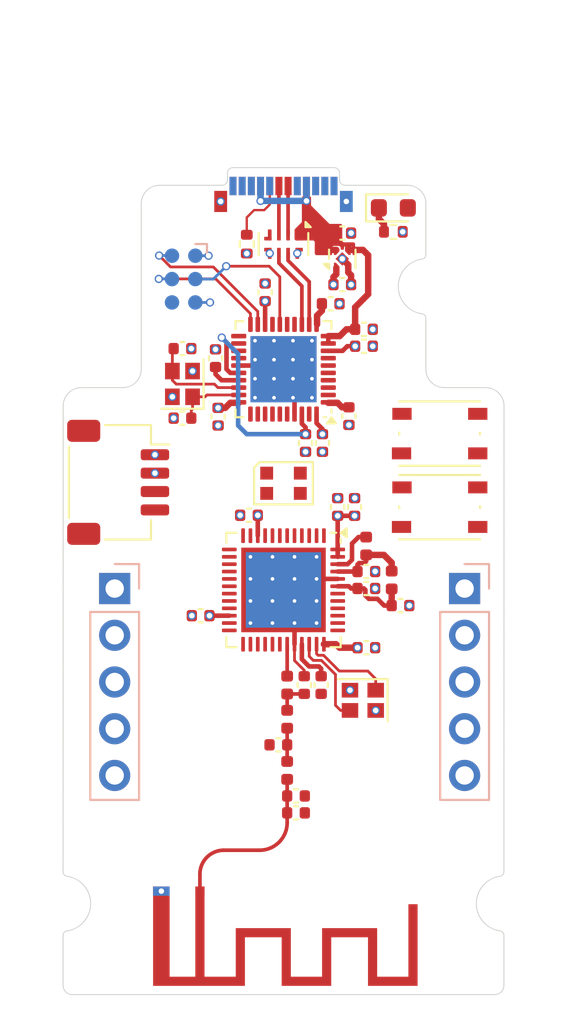
<source format=kicad_pcb>
(kicad_pcb (version 20241229) (generator "pcbnew") (generator_version "9.0")
  (layers (0 "F.Cu" signal) (4 "In1.Cu" signal) (6 "In2.Cu" signal) (2 "B.Cu" signal) (13 "F.Paste" user) (15 "B.Paste" user) (5 "F.SilkS" user "F.Silkscreen") (7 "B.SilkS" user "B.Silkscreen") (1 "F.Mask" user) (3 "B.Mask" user) (25 "Edge.Cuts" user))
  (net 0 "")
  (net 1 "GND")
  (net 2 "Net-(AE1-A)")
  (net 3 "VBUS")
  (net 5 "Net-(D1-DIN)")
  (net 6 "Net-(J1-SWDIO)")
  (net 7 "Net-(J1-~{RESET})")
  (net 8 "Net-(J1-SWCLK)")
  (net 10 "+3.3V")
  (net 12 "/UART_RX")
  (net 14 "Net-(U1-DECA)")
  (net 15 "/PCLK")
  (net 17 "/PICO")
  (net 18 "Net-(U1-ANT)")
  (net 21 "Net-(U1-XC2)")
  (net 22 "/UART_TX")
  (net 23 "/POCI")
  (net 28 "/~{PS}")
  (net 29 "Net-(U1-DCC)")
  (net 31 "Net-(U1-XC1)")
  (net 33 "Net-(U1-DECD)")
  (net 34 "/D+")
  (net 35 "/D-")
  (net 37 "Net-(P1-D-)")
  (net 39 "Net-(P1-D+)")
  (net 41 "Net-(U3-DECUSB)")
  (net 44 "Net-(U3-DEC4)")
  (net 46 "Net-(U3-DEC1)")
  (net 51 "Net-(U3-XC2)")
  (net 53 "Net-(U3-DEC3)")
  (net 55 "Net-(D5-A)")
  (net 57 "Net-(U3-XC1)")
  (net 58 "Net-(D5-K)")
  (net 59 "Net-(P1-CC)")
  (net 61 "/SWDIO")
  (net 62 "/SWCLK")
  (net 63 "/~{RESET}")
  (net 64 "/P1.11")
  (net 65 "/P1.14")
  (net 66 "/P1.13")
  (net 67 "/P1.08")
  (net 68 "/P1.12")
  (net 69 "/P1.07")
  (net 70 "/P1.05")
  (net 71 "/P1.06")
  (net 72 "/P1.04")
  (net 73 "/P1.02")
  (net 74 "Net-(U1-P0.02)")
  (net 76 "/SCL")
  (net 77 "/SDA")
  (net 78 "Net-(C21-Pad1)")
  (net 79 "Net-(C22-Pad1)")
  (footprint "LED_SMD:LED_WS2812B-2020_PLCC4_2.0x2.0mm" (layer "F.Cu") (at 140 99.2)
    (property "Reference" "D1" (hide yes))
    (property "Value" "WS2812B-2020")
  )
  (footprint "Capacitor_SMD:C_0402_1005Metric" (layer "F.Cu") (at 142.12 97.01 -90)
    (property "Reference" "C7" (hide yes))
    (property "Value" "100nF")
  )
  (footprint "Inductor_SMD:L_0402_1005Metric" (layer "F.Cu") (at 145.89 104.46 90)
    (property "Reference" "FB1" (hide yes))
    (property "Value" "100R")
  )
  (footprint "Package_DFN_QFN:OnSemi_XDFN4-1EP_1.0x1.0mm_EP0.52x0.52mm" (layer "F.Cu") (at 143.2 87 90)
    (property "Reference" "U4" (hide yes))
    (property "Value" "JY1103-H330QX")
  )
  (footprint "Package_DFN_QFN:QFN-48-1EP_6x6mm_P0.4mm_EP4.6x4.6mm_ThermalVias" (layer "F.Cu") (at 140 105 -90)
    (property "Reference" "U1" (hide yes))
    (property "Value" "nRF54L15-QFXX")
  )
  (footprint "Capacitor_SMD:C_0402_1005Metric" (layer "F.Cu") (at 146.37 105.85)
    (property "Reference" "C18" (hide yes))
    (property "Value" "2.2uF")
  )
  (footprint "Inductor_SMD:L_0402_1005Metric" (layer "F.Cu") (at 140.2 110.17 -90)
    (property "Reference" "L2" (hide yes))
    (property "Value" "2.7nH")
  )
  (footprint "Capacitor_SMD:C_0402_1005Metric" (layer "F.Cu") (at 144.51 104)
    (property "Reference" "C17" (hide yes))
    (property "Value" "2.2uF")
  )
  (footprint "Connector_USB:USB_C_Plug_Molex_105444" (layer "F.Cu") (at 140 83)
    (property "Reference" "P1" (hide yes))
    (property "Value" "USB_C_Plug_USB2.0")
  )
  (footprint "Button_Switch_SMD:SW_Push_1P1T_NO_Vertical_Wuerth_434133025816" (layer "F.Cu") (at 148.5 100.5 180)
    (property "Reference" "SW1" (hide yes))
    (property "Value" "USER1")
  )
  (footprint "Capacitor_SMD:C_0402_1005Metric" (layer "F.Cu") (at 144.51 104.92)
    (property "Reference" "C19" (hide yes))
    (property "Value" "10nF")
  )
  (footprint "Capacitor_SMD:C_0402_1005Metric" (layer "F.Cu") (at 138.12 100.94 180)
    (property "Reference" "C15" (hide yes))
    (property "Value" "100nF")
  )
  (footprint "Capacitor_SMD:C_0402_1005Metric" (layer "F.Cu") (at 142.95 100.489999 90)
    (property "Reference" "C12" (hide yes))
    (property "Value" "10uF")
  )
  (footprint "Capacitor_SMD:C_0402_1005Metric" (layer "F.Cu") (at 143.87 100.49 90)
    (property "Reference" "C14" (hide yes))
    (property "Value" "100nF")
  )
  (footprint "Capacitor_SMD:C_0402_1005Metric" (layer "F.Cu") (at 144.51 108.14)
    (property "Reference" "C13" (hide yes))
    (property "Value" "100nF")
  )
  (footprint "Capacitor_SMD:C_0402_1005Metric" (layer "F.Cu") (at 134.5 95.660001 180)
    (property "Reference" "C25" (hide yes))
    (property "Value" "TBD")
  )
  (footprint "Capacitor_SMD:C_0402_1005Metric" (layer "F.Cu") (at 142.05 110.17 -90)
    (property "Reference" "C20" (hide yes))
    (property "Value" "10nF")
  )
  (footprint "Crystal:Crystal_SMD_2016-4Pin_2.0x1.6mm" (layer "F.Cu") (at 144.32 111 180)
    (property "Reference" "Y2" (hide yes))
    (property "Value" "32MHz")
  )
  (footprint "Resistor_SMD:R_0402_1005Metric" (layer "F.Cu") (at 145.98 85.53)
    (property "Reference" "R5" (hide yes))
    (property "Value" "620R")
  )
  (footprint "RF_Antenna:Texas_SWRA117D_2.4GHz_Left" (layer "F.Cu") (at 135.45 121.375 180)
    (property "Reference" "AE1" (hide yes))
    (property "Value" "Antenna_PIFA")
  )
  (footprint "Capacitor_SMD:C_0402_1005Metric" (layer "F.Cu") (at 135.49 106.4 180)
    (property "Reference" "C16" (hide yes))
    (property "Value" "100nF")
  )
  (footprint "Crystal:Crystal_SMD_2016-4Pin_2.0x1.6mm" (layer "F.Cu") (at 134.5 93.8 90)
    (property "Reference" "Y1" (hide yes))
    (property "Value" "32MHz")
  )
  (footprint "Capacitor_SMD:C_0402_1005Metric" (layer "F.Cu") (at 141.13 110.17 90)
    (property "Reference" "C21" (hide yes))
    (property "Value" "1.5pF")
  )
  (footprint "Button_Switch_SMD:SW_Push_1P1T_NO_Vertical_Wuerth_434133025816" (layer "F.Cu") (at 148.5 96.5 180)
    (property "Reference" "SW2" (hide yes))
    (property "Value" "RESET")
  )
  (footprint "Capacitor_SMD:C_0402_1005Metric" (layer "F.Cu") (at 140.68 116.2)
    (property "Reference" "C23" (hide yes))
    (property "Value" "0.3pF")
  )
  (footprint "Capacitor_SMD:C_0402_1005Metric" (layer "F.Cu") (at 144.38 90.83)
    (property "Reference" "C3" (hide yes))
    (property "Value" "4.7uF")
  )
  (footprint "Connector_JST:JST_SH_SM04B-SRSS-TB_1x04-1MP_P1.00mm_Horizontal" (layer "F.Cu") (at 131 99.15 -90)
    (property "Reference" "J2" (hide yes))
    (property "Value" "Conn_01x04_MountingPin")
  )
  (footprint "Capacitor_SMD:C_0402_1005Metric" (layer "F.Cu") (at 136.3 92.4 90)
    (property "Reference" "C10" (hide yes))
    (property "Value" "100pF")
  )
  (footprint "Package_DFN_QFN:QFN-40-1EP_5x5mm_P0.4mm_EP3.6x3.6mm_ThermalVias" (layer "F.Cu") (at 140 93 180)
    (property "Reference" "U3" (hide yes))
    (property "Value" "nRF52833-QDXX")
  )
  (footprint "hlord2000-Package_DFN_QFN:ST_UQFN-8L_1.2x2.5mm_P0.5mm" (layer "F.Cu") (at 140 86.2 -90)
    (property "Reference" "U5" (hide yes))
    (property "Value" "ECMF02-4CMX8")
  )
  (footprint "Inductor_SMD:L_0402_1005Metric" (layer "F.Cu") (at 140.2 114.81 -90)
    (property "Reference" "L4" (hide yes))
    (property "Value" "3.5nH")
  )
  (footprint "Resistor_SMD:R_0402_1005Metric" (layer "F.Cu") (at 138 86.2 -90)
    (property "Reference" "R1" (hide yes))
    (property "Value" "5.1kR")
  )
  (footprint "Capacitor_SMD:C_0402_1005Metric" (layer "F.Cu") (at 139.72 113.420001 180)
    (property "Reference" "C22" (hide yes))
    (property "Value" "2.0pF")
  )
  (footprint "Capacitor_SMD:C_0402_1005Metric" (layer "F.Cu") (at 139 88.82 90)
    (property "Reference" "C5" (hide yes))
    (property "Value" "1uF")
  )
  (footprint "Capacitor_SMD:C_0402_1005Metric" (layer "F.Cu") (at 144.38 91.75)
    (property "Reference" "C4" (hide yes))
    (property "Value" "4.7uF")
  )
  (footprint "Capacitor_SMD:C_0402_1005Metric" (layer "F.Cu") (at 134.5 91.88)
    (property "Reference" "C26" (hide yes))
    (property "Value" "TBD")
  )
  (footprint "Capacitor_SMD:C_0402_1005Metric" (layer "F.Cu") (at 140.68 117.12)
    (property "Reference" "C24" (hide yes))
    (property "Value" "DNP")
  )
  (footprint "Capacitor_SMD:C_0402_1005Metric" (layer "F.Cu") (at 142.57 89.44)
    (property "Reference" "C8" (hide yes))
    (property "Value" "4.7uF")
  )
  (footprint "LED_SMD:LED_0603_1608Metric" (layer "F.Cu") (at 145.98 84.23)
    (property "Reference" "D5" (hide yes))
    (property "Value" "BLUE")
  )
  (footprint "Inductor_SMD:L_0402_1005Metric" (layer "F.Cu") (at 140.2 112.03 -90)
    (property "Reference" "L3" (hide yes))
    (property "Value" "3.5nH")
  )
  (footprint "Inductor_SMD:L_0402_1005Metric" (layer "F.Cu") (at 144.5 102.61 90)
    (property "Reference" "L1" (hide yes))
    (property "Value" "4.7uH")
  )
  (footprint "Capacitor_SMD:C_0402_1005Metric" (layer "F.Cu") (at 143.2 85.6)
    (property "Reference" "C1" (hide yes))
    (property "Value" "1uF")
  )
  (footprint "Capacitor_SMD:C_0402_1005Metric" (layer "F.Cu") (at 143.56 95.55 -90)
    (property "Reference" "C11" (hide yes))
    (property "Value" "100nF")
  )
  (footprint "Capacitor_SMD:C_0402_1005Metric" (layer "F.Cu") (at 141.2 97.01 -90)
    (property "Reference" "C9" (hide yes))
    (property "Value" "1uF")
  )
  (footprint "Capacitor_SMD:C_0402_1005Metric" (layer "F.Cu") (at 136.44 95.58 -90)
    (property "Reference" "C6" (hide yes))
    (property "Value" "100nF")
  )
  (footprint "Capacitor_SMD:C_0402_1005Metric" (layer "F.Cu") (at 143.2 88.4)
    (property "Reference" "C2" (hide yes))
    (property "Value" "1uF")
  )
  (footprint "Connector_PinHeader_2.54mm:PinHeader_1x05_P2.54mm_Vertical" (layer "B.Cu") (at 149.86 104.925 180)
    (property "Reference" "J4" (hide yes))
    (property "Value" "Conn_01x05_Pin")
  )
  (footprint "Connector:Tag-Connect_TC2030-IDC-NL_2x03_P1.27mm_Vertical" (layer "B.Cu") (at 134.565 88.1 -90)
    (property "Reference" "J1" (hide yes))
    (property "Value" "Conn_ARM_SWD_TagConnect_TC2030-NL")
  )
  (footprint "Connector_PinHeader_2.54mm:PinHeader_1x05_P2.54mm_Vertical" (layer "B.Cu") (at 130.81 104.925 180)
    (property "Reference" "J3" (hide yes))
    (property "Value" "Conn_01x05_Pin")
  )
  (gr_line (start 142.749999 82.04) (end 137.25 82.04) (stroke (width 0.05)) (layer "Edge.Cuts"))
  (gr_line (start 147.75 84) (end 147.749999 86.77) (stroke (width 0.05)) (layer "Edge.Cuts"))
  (gr_arc (start 128 123.78) (mid 128.073223 123.603223) (end 128.25 123.53) (stroke (width 0.05)) (layer "Edge.Cuts"))
  (gr_arc (start 136.95 82.34) (mid 137.037868 82.127868) (end 137.25 82.04) (stroke (width 0.05)) (layer "Edge.Cuts"))
  (gr_arc (start 152 126.5) (mid 151.853553 126.853553) (end 151.5 127) (stroke (width 0.05)) (layer "Edge.Cuts"))
  (gr_line (start 152 123.78) (end 152 126.5) (stroke (width 0.05)) (layer "Edge.Cuts"))
  (gr_arc (start 148.749999 94) (mid 148.042892 93.707107) (end 147.749999 93) (stroke (width 0.05)) (layer "Edge.Cuts"))
  (gr_arc (start 152 120.32) (mid 151.926777 120.496777) (end 151.75 120.57) (stroke (width 0.05)) (layer "Edge.Cuts"))
  (gr_line (start 136.65 83) (end 133.254999 83) (stroke (width 0.05)) (layer "Edge.Cuts"))
  (gr_arc (start 132.254999 93) (mid 131.962106 93.707107) (end 131.254999 94) (stroke (width 0.05)) (layer "Edge.Cuts"))
  (gr_line (start 143.049999 82.699999) (end 143.049999 82.34) (stroke (width 0.05)) (layer "Edge.Cuts"))
  (gr_arc (start 128.5 127) (mid 128.146447 126.853553) (end 128 126.5) (stroke (width 0.05)) (layer "Edge.Cuts"))
  (gr_arc (start 136.95 82.7) (mid 136.862132 82.912132) (end 136.65 83) (stroke (width 0.05)) (layer "Edge.Cuts"))
  (gr_line (start 128 123.78) (end 128 126.5) (stroke (width 0.05)) (layer "Edge.Cuts"))
  (gr_arc (start 146.755001 83) (mid 147.462108 83.292893) (end 147.755001 84) (stroke (width 0.05)) (layer "Edge.Cuts"))
  (gr_arc (start 132.254999 84) (mid 132.547892 83.292893) (end 133.254999 83) (stroke (width 0.05)) (layer "Edge.Cuts"))
  (gr_arc (start 143.35 83) (mid 143.137868 82.912132) (end 143.049999 82.699999) (stroke (width 0.05)) (layer "Edge.Cuts"))
  (gr_arc (start 151.75 123.53) (mid 150.499034 122.049999) (end 151.750003 120.57) (stroke (width 0.05)) (layer "Edge.Cuts"))
  (gr_line (start 147.75 90.23) (end 147.749999 93) (stroke (width 0.05)) (layer "Edge.Cuts"))
  (gr_line (start 129.005 94) (end 131.254999 94) (stroke (width 0.05)) (layer "Edge.Cuts"))
  (gr_arc (start 151.004999 94) (mid 151.712106 94.292893) (end 152.004999 95) (stroke (width 0.05)) (layer "Edge.Cuts"))
  (gr_line (start 151.5 127) (end 128.5 127) (stroke (width 0.05)) (layer "Edge.Cuts"))
  (gr_arc (start 147.749999 86.77) (mid 147.676776 86.946777) (end 147.499999 87.02) (stroke (width 0.05)) (layer "Edge.Cuts"))
  (gr_line (start 148.749999 94) (end 151.004999 94) (stroke (width 0.05)) (layer "Edge.Cuts"))
  (gr_line (start 132.254999 84) (end 132.254999 93) (stroke (width 0.05)) (layer "Edge.Cuts"))
  (gr_line (start 143.35 83) (end 146.755001 83) (stroke (width 0.05)) (layer "Edge.Cuts"))
  (gr_arc (start 128.005 95) (mid 128.297893 94.292893) (end 129.005 94) (stroke (width 0.05)) (layer "Edge.Cuts"))
  (gr_arc (start 142.749999 82.04) (mid 142.962131 82.127868) (end 143.049999 82.34) (stroke (width 0.05)) (layer "Edge.Cuts"))
  (gr_arc (start 128.25 120.57) (mid 128.073223 120.496777) (end 128 120.32) (stroke (width 0.05)) (layer "Edge.Cuts"))
  (gr_arc (start 147.499999 89.98) (mid 146.249033 88.499999) (end 147.500002 87.02) (stroke (width 0.05)) (layer "Edge.Cuts"))
  (gr_arc (start 128.25 120.57) (mid 129.500966 122.050001) (end 128.249997 123.53) (stroke (width 0.05)) (layer "Edge.Cuts"))
  (gr_arc (start 151.75 123.53) (mid 151.926777 123.603223) (end 152 123.78) (stroke (width 0.05)) (layer "Edge.Cuts"))
  (gr_line (start 136.95 82.7) (end 136.95 82.34) (stroke (width 0.05)) (layer "Edge.Cuts"))
  (gr_arc (start 147.499999 89.98) (mid 147.676776 90.053223) (end 147.749999 90.23) (stroke (width 0.05)) (layer "Edge.Cuts"))
  (gr_line (start 152.005 95) (end 152 120.32) (stroke (width 0.05)) (layer "Edge.Cuts"))
  (gr_line (start 128 120.32) (end 128.005 95) (stroke (width 0.05)) (layer "Edge.Cuts"))
  (segment (start 140.6 108.84) (end 140.6 107.95) (width 0.15) (layer "F.Cu") (net 1))
  (segment (start 143.525 87.485) (end 143.525 87.325) (width 0.35) (layer "F.Cu") (net 1))
  (segment (start 137.5625 92.8) (end 139.8 92.8) (width 0.25) (layer "F.Cu") (net 1))
  (segment (start 140.6 93.6) (end 140 93) (width 0.25) (layer "F.Cu") (net 1))
  (segment (start 140.6 95.4375) (end 140.6 93.6) (width 0.25) (layer "F.Cu") (net 1))
  (segment (start 141.13 109.37) (end 140.6 108.84) (width 0.15) (layer "F.Cu") (net 1))
  (segment (start 144.99 104) (end 144.99 103.99) (width 0.25) (layer "F.Cu") (net 1))
  (segment (start 143.87 100.01) (end 143.88 100) (width 0.25) (layer "F.Cu") (net 1))
  (segment (start 142.95 104.4) (end 140.6 104.4) (width 0.25) (layer "F.Cu") (net 1))
  (segment (start 143.525 87.735) (end 143.68 87.89) (width 0.35) (layer "F.Cu") (net 1))
  (segment (start 141.13 109.69) (end 141.13 109.37) (width 0.15) (layer "F.Cu") (net 1))
  (segment (start 139.8 92.8) (end 140 93) (width 0.25) (layer "F.Cu") (net 1))
  (segment (start 143.525 87.485) (end 143.525 87.735) (width 0.35) (layer "F.Cu") (net 1))
  (segment (start 140.6 107.95) (end 140.6 106.8) (width 0.25) (layer "F.Cu") (net 1))
  (segment (start 143.68 87.89) (end 143.68 88.4) (width 0.35) (layer "F.Cu") (net 1))
  (segment (start 143.525 87.325) (end 143.2 87) (width 0.35) (layer "F.Cu") (net 1))
  (via (at 142.12 97.49) (size 0.45) (drill 0.3) (layers "F.Cu" "B.Cu") (net 1))
  (via (at 143.56 96.03) (size 0.45) (drill 0.3) (layers "F.Cu" "B.Cu") (net 1))
  (via (at 145.02 111.55) (size 0.45) (drill 0.3) (layers "F.Cu" "B.Cu") (net 1))
  (via (at 134.98 91.88) (size 0.45) (drill 0.3) (layers "F.Cu" "B.Cu") (net 1))
  (via (at 143.68 88.4) (size 0.45) (drill 0.3) (layers "F.Cu" "B.Cu") (net 1))
  (via (at 142.95 100.009999) (size 0.45) (drill 0.3) (layers "F.Cu" "B.Cu") (net 1))
  (via (at 143.68 85.6) (size 0.45) (drill 0.3) (layers "F.Cu" "B.Cu") (net 1))
  (via (at 144.99 103.99) (size 0.45) (drill 0.3) (layers "F.Cu" "B.Cu") (net 1))
  (via (at 144.99 104.92) (size 0.45) (drill 0.3) (layers "F.Cu" "B.Cu") (net 1))
  (via (at 133.95 94.5) (size 0.45) (drill 0.3) (layers "F.Cu" "B.Cu") (net 1))
  (via (at 136 89.37) (size 0.45) (drill 0.3) (layers "F.Cu" "B.Cu") (net 1))
  (via (at 136.58 83.88) (size 0.45) (drill 0.3) (layers "F.Cu" "B.Cu") (net 1))
  (via (at 136.3 91.92) (size 0.45) (drill 0.3) (layers "F.Cu" "B.Cu") (net 1))
  (via (at 138 86.709999) (size 0.45) (drill 0.3) (layers "F.Cu" "B.Cu") (net 1))
  (via (at 139 88.34) (size 0.45) (drill 0.3) (layers "F.Cu" "B.Cu") (net 1))
  (via (at 144.86 90.83) (size 0.45) (drill 0.3) (layers "F.Cu" "B.Cu") (net 1))
  (via (at 135.01 106.4) (size 0.45) (drill 0.3) (layers "F.Cu" "B.Cu") (net 1))
  (via (at 139.25 86.699999) (size 0.45) (drill 0.3) (layers "F.Cu" "B.Cu") (net 1))
  (via (at 143.42 83.88) (size 0.45) (drill 0.3) (layers "F.Cu" "B.Cu") (net 1))
  (via (at 143.88 100) (size 0.45) (drill 0.3) (layers "F.Cu" "B.Cu") (net 1))
  (via (at 134.02 95.660001) (size 0.45) (drill 0.3) (layers "F.Cu" "B.Cu") (net 1))
  (via (at 146.85 105.85) (size 0.45) (drill 0.3) (layers "F.Cu" "B.Cu") (net 1))
  (via (at 137.64 100.94) (size 0.45) (drill 0.3) (layers "F.Cu" "B.Cu") (net 1))
  (via (at 143.05 89.44) (size 0.45) (drill 0.3) (layers "F.Cu" "B.Cu") (net 1))
  (via (at 146.49 85.53) (size 0.45) (drill 0.3) (layers "F.Cu" "B.Cu") (net 1))
  (via (at 143.62 110.45) (size 0.45) (drill 0.3) (layers "F.Cu" "B.Cu") (net 1))
  (via (at 136.44 96.06) (size 0.45) (drill 0.3) (layers "F.Cu" "B.Cu") (net 1))
  (via (at 135.05 93.1) (size 0.45) (drill 0.3) (layers "F.Cu" "B.Cu") (net 1))
  (via (at 140.75 86.699999) (size 0.45) (drill 0.3) (layers "F.Cu" "B.Cu") (net 1))
  (via (at 144.86 91.75) (size 0.45) (drill 0.3) (layers "F.Cu" "B.Cu") (net 1))
  (via (at 143.2 87) (size 0.45) (drill 0.3) (layers "F.Cu" "B.Cu") (net 1))
  (via (at 144.99 108.14) (size 0.45) (drill 0.3) (layers "F.Cu" "B.Cu") (net 1))
  (via (at 141.2 97.49) (size 0.45) (drill 0.3) (layers "F.Cu" "B.Cu") (net 1))
  (via (at 133 97.65) (size 0.45) (drill 0.3) (layers "F.Cu" "B.Cu") (net 1))
  (segment (start 135.2 89.37) (end 136 89.37) (width 0.15) (layer "B.Cu") (net 1))
  (segment (start 138.7 119.15) (end 136.75 119.15) (width 0.2) (layer "F.Cu") (net 2))
  (segment (start 140.2 115.295) (end 140.2 117.12) (width 0.2) (layer "F.Cu") (net 2))
  (segment (start 140.2 117.12) (end 140.2 117.65) (width 0.2) (layer "F.Cu") (net 2))
  (segment (start 135.45 120.45) (end 135.45 121.375) (width 0.2) (layer "F.Cu") (net 2))
  (arc (start 140.2 117.65) (mid 139.76066 118.71066) (end 138.7 119.15) (width 0.2) (layer "F.Cu") (net 2))
  (arc (start 136.75 119.15) (mid 135.830761 119.530761) (end 135.45 120.45) (width 0.2) (layer "F.Cu") (net 2))
  (segment (start 138.75 83.25) (end 138.7 83.3) (width 0.15) (layer "F.Cu") (net 3))
  (segment (start 143.9 89.63) (end 143.9 90.83) (width 0.35) (layer "F.Cu") (net 3))
  (segment (start 141.25 83.04) (end 141.25 83.85) (width 0.35) (layer "F.Cu") (net 3))
  (segment (start 142.875 86.515) (end 142.495 86.515) (width 0.35) (layer "F.Cu") (net 3))
  (segment (start 143.525 86.515) (end 144.325 86.515) (width 0.35) (layer "F.Cu") (net 3))
  (segment (start 144.61 86.8) (end 144.61 88.92) (width 0.35) (layer "F.Cu") (net 3))
  (segment (start 142.495 86.515) (end 142.49 86.51) (width 0.35) (layer "F.Cu") (net 3))
  (segment (start 143.06 91.2) (end 142.4375 91.2) (width 0.35) (layer "F.Cu") (net 3))
  (segment (start 143.9 90.83) (end 143.43 90.83) (width 0.35) (layer "F.Cu") (net 3))
  (segment (start 144.61 88.92) (end 143.9 89.63) (width 0.35) (layer "F.Cu") (net 3))
  (segment (start 144.325 86.515) (end 144.61 86.8) (width 0.35) (layer "F.Cu") (net 3))
  (segment (start 143.43 90.83) (end 143.06 91.2) (width 0.35) (layer "F.Cu") (net 3))
  (segment (start 138.75 83.04) (end 138.75 83.85) (width 0.35) (layer "F.Cu") (net 3))
  (segment (start 142.4375 91.6) (end 142.4375 91.2) (width 0.25) (layer "F.Cu") (net 3))
  (segment (start 143.525 86.515) (end 143.525 86.295) (width 0.35) (layer "F.Cu") (net 3))
  (segment (start 138.75 83.25) (end 138.75 83.04) (width 0.15) (layer "F.Cu") (net 3))
  (via (at 138.75 83.85) (size 0.45) (drill 0.3) (layers "F.Cu" "B.Cu") (net 3))
  (via (at 141.25 83.85) (size 0.45) (drill 0.3) (layers "F.Cu" "B.Cu") (net 3))
  (segment (start 141.25 83.85) (end 138.75 83.85) (width 0.35) (layer "B.Cu") (net 3))
  (segment (start 141.25 83.04) (end 141.25 83.85) (width 0.35) (layer "B.Cu") (net 3))
  (segment (start 138.75 83.04) (end 138.75 83.85) (width 0.35) (layer "B.Cu") (net 3))
  (segment (start 136.18 87.44) (end 133.85 87.44) (width 0.15) (layer "F.Cu") (net 6))
  (segment (start 133.85 87.44) (end 133.23 86.82) (width 0.15) (layer "F.Cu") (net 6))
  (segment (start 138.6 89.86) (end 136.18 87.44) (width 0.15) (layer "F.Cu") (net 6))
  (segment (start 138.6 90.5625) (end 138.6 89.86) (width 0.15) (layer "F.Cu") (net 6))
  (via (at 133.23 86.82) (size 0.45) (drill 0.3) (layers "F.Cu" "B.Cu") (net 6))
  (segment (start 133.92 86.82) (end 133.93 86.83) (width 0.15) (layer "B.Cu") (net 6))
  (segment (start 133.23 86.82) (end 133.92 86.82) (width 0.15) (layer "B.Cu") (net 6))
  (segment (start 139.8 90.5625) (end 139.8 87.98) (width 0.15) (layer "F.Cu") (net 7))
  (segment (start 139.8 87.98) (end 139.22 87.4) (width 0.15) (layer "F.Cu") (net 7))
  (segment (start 139.22 87.4) (end 136.88 87.4) (width 0.15) (layer "F.Cu") (net 7))
  (via (at 136.88 87.4) (size 0.45) (drill 0.3) (layers "F.Cu" "B.Cu") (net 7))
  (segment (start 135.2 88.1) (end 136.18 88.1) (width 0.15) (layer "B.Cu") (net 7))
  (segment (start 136.18 88.1) (end 136.88 87.4) (width 0.15) (layer "B.Cu") (net 7))
  (segment (start 138.2 90.5625) (end 138.2 89.98) (width 0.15) (layer "F.Cu") (net 8))
  (segment (start 138.2 89.98) (end 136.31 88.09) (width 0.15) (layer "F.Cu") (net 8))
  (segment (start 136.31 88.09) (end 133.21 88.09) (width 0.15) (layer "F.Cu") (net 8))
  (via (at 133.21 88.09) (size 0.45) (drill 0.3) (layers "F.Cu" "B.Cu") (net 8))
  (segment (start 133.92 88.09) (end 133.93 88.1) (width 0.15) (layer "B.Cu") (net 8))
  (segment (start 133.21 88.09) (end 133.92 88.09) (width 0.15) (layer "B.Cu") (net 8))
  (segment (start 142.95 103.2) (end 142.95 102.8) (width 0.25) (layer "F.Cu") (net 10))
  (segment (start 142.95 100.969999) (end 143.87 100.97) (width 0.25) (layer "F.Cu") (net 10))
  (segment (start 135.97 106.4) (end 137.05 106.4) (width 0.25) (layer "F.Cu") (net 10))
  (segment (start 142.72 87.99) (end 142.875 87.835) (width 0.35) (layer "F.Cu") (net 10))
  (segment (start 143.47 91.75) (end 143.9 91.75) (width 0.25) (layer "F.Cu") (net 10))
  (segment (start 137.102 94.828) (end 137.5625 94.828) (width 0.35) (layer "F.Cu") (net 10))
  (segment (start 142.12 96.250001) (end 142.12 96.53) (width 0.25) (layer "F.Cu") (net 10))
  (segment (start 142.2 107.95) (end 142.86 107.95) (width 0.35) (layer "F.Cu") (net 10))
  (segment (start 142.86 107.95) (end 143.05 108.14) (width 0.35) (layer "F.Cu") (net 10))
  (segment (start 143.05 108.14) (end 144.03 108.14) (width 0.35) (layer "F.Cu") (net 10))
  (segment (start 142.4375 92) (end 143.22 92) (width 0.25) (layer "F.Cu") (net 10))
  (segment (start 142.72 88.4) (end 142.72 87.99) (width 0.35) (layer "F.Cu") (net 10))
  (segment (start 141.8 95.93) (end 142.12 96.250001) (width 0.25) (layer "F.Cu") (net 10))
  (segment (start 142.875 87.835) (end 142.875 87.485) (width 0.35) (layer "F.Cu") (net 10))
  (segment (start 143.22 92) (end 143.47 91.75) (width 0.25) (layer "F.Cu") (net 10))
  (segment (start 136.83 95.1) (end 137.102 94.828) (width 0.35) (layer "F.Cu") (net 10))
  (segment (start 142.95 102.8) (end 142.95 100.969999) (width 0.25) (layer "F.Cu") (net 10))
  (segment (start 136.44 95.1) (end 136.83 95.1) (width 0.35) (layer "F.Cu") (net 10))
  (segment (start 138.6 100.94) (end 138.6 102.05) (width 0.25) (layer "F.Cu") (net 10))
  (segment (start 139 89.3) (end 139 90.5625) (width 0.25) (layer "F.Cu") (net 10))
  (segment (start 141.8 95.4375) (end 141.8 95.93) (width 0.25) (layer "F.Cu") (net 10))
  (via (at 135.92 86.83) (size 0.45) (drill 0.3) (layers "F.Cu" "B.Cu") (net 10))
  (via (at 139 89.3) (size 0.45) (drill 0.3) (layers "F.Cu" "B.Cu") (net 10))
  (via (at 136.44 95.1) (size 0.45) (drill 0.3) (layers "F.Cu" "B.Cu") (net 10))
  (via (at 143.9 91.75) (size 0.45) (drill 0.3) (layers "F.Cu" "B.Cu") (net 10))
  (via (at 143.87 100.97) (size 0.45) (drill 0.3) (layers "F.Cu" "B.Cu") (net 10))
  (via (at 133 98.65) (size 0.45) (drill 0.3) (layers "F.Cu" "B.Cu") (net 10))
  (via (at 135.97 106.4) (size 0.45) (drill 0.3) (layers "F.Cu" "B.Cu") (net 10))
  (via (at 144.03 108.14) (size 0.45) (drill 0.3) (layers "F.Cu" "B.Cu") (net 10))
  (via (at 138.6 100.94) (size 0.45) (drill 0.3) (layers "F.Cu" "B.Cu") (net 10))
  (via (at 142.12 96.53) (size 0.45) (drill 0.3) (layers "F.Cu" "B.Cu") (net 10))
  (via (at 142.95 100.969999) (size 0.45) (drill 0.3) (layers "F.Cu" "B.Cu") (net 10))
  (via (at 142.72 88.4) (size 0.45) (drill 0.3) (layers "F.Cu" "B.Cu") (net 10))
  (segment (start 135.2 86.83) (end 135.92 86.83) (width 0.15) (layer "B.Cu") (net 10))
  (segment (start 142.05 109.28) (end 142.05 109.69) (width 0.25) (layer "F.Cu") (net 14))
  (segment (start 145.89 105.85) (end 145.89 104.945) (width 0.35) (layer "F.Cu") (net 14))
  (segment (start 141 108.765167) (end 141.394833 109.16) (width 0.25) (layer "F.Cu") (net 14))
  (segment (start 144.03 104.92) (end 144.377 104.92) (width 0.25) (layer "F.Cu") (net 14))
  (segment (start 144.643 105.483) (end 145.113 105.483) (width 0.25) (layer "F.Cu") (net 14))
  (segment (start 145.113 105.483) (end 145.48 105.85) (width 0.25) (layer "F.Cu") (net 14))
  (segment (start 143.56 104.8) (end 142.95 104.8) (width 0.25) (layer "F.Cu") (net 14))
  (segment (start 145.48 105.85) (end 145.89 105.85) (width 0.25) (layer "F.Cu") (net 14))
  (segment (start 141.394833 109.16) (end 141.93 109.16) (width 0.25) (layer "F.Cu") (net 14))
  (segment (start 144.377 104.92) (end 144.457 105) (width 0.25) (layer "F.Cu") (net 14))
  (segment (start 144.457 105) (end 144.457 105.297) (width 0.25) (layer "F.Cu") (net 14))
  (segment (start 141.93 109.16) (end 142.05 109.28) (width 0.25) (layer "F.Cu") (net 14))
  (segment (start 144.457 105.297) (end 144.643 105.483) (width 0.25) (layer "F.Cu") (net 14))
  (segment (start 141 107.95) (end 141 108.765167) (width 0.25) (layer "F.Cu") (net 14))
  (segment (start 144.03 104.92) (end 143.68 104.92) (width 0.25) (layer "F.Cu") (net 14))
  (segment (start 143.68 104.92) (end 143.56 104.8) (width 0.25) (layer "F.Cu") (net 14))
  (segment (start 140.199999 107.95) (end 140.2 109.685) (width 0.2) (layer "F.Cu") (net 18))
  (segment (start 142.182 108.552) (end 143.04 109.41) (width 0.15) (layer "F.Cu") (net 21))
  (segment (start 141.8 107.95) (end 141.8 108.472) (width 0.15) (layer "F.Cu") (net 21))
  (segment (start 143.04 109.41) (end 144.59 109.41) (width 0.15) (layer "F.Cu") (net 21))
  (segment (start 141.8 108.472) (end 141.88 108.552) (width 0.15) (layer "F.Cu") (net 21))
  (segment (start 144.59 109.41) (end 145.02 109.84) (width 0.15) (layer "F.Cu") (net 21))
  (segment (start 141.88 108.552) (end 142.182 108.552) (width 0.15) (layer "F.Cu") (net 21))
  (segment (start 145.02 109.84) (end 145.02 110.45) (width 0.15) (layer "F.Cu") (net 21))
  (segment (start 143.49 103.6) (end 143.73 103.36) (width 0.25) (layer "F.Cu") (net 29))
  (segment (start 143.73 102.48) (end 144.085 102.125) (width 0.25) (layer "F.Cu") (net 29))
  (segment (start 143.73 103.36) (end 143.73 102.48) (width 0.25) (layer "F.Cu") (net 29))
  (segment (start 142.95 103.6) (end 143.49 103.6) (width 0.25) (layer "F.Cu") (net 29))
  (segment (start 144.085 102.125) (end 144.5 102.125) (width 0.25) (layer "F.Cu") (net 29))
  (segment (start 142.83 109.596138) (end 142.83 111.27) (width 0.15) (layer "F.Cu") (net 31))
  (segment (start 141.4 107.95) (end 141.4 108.61) (width 0.15) (layer "F.Cu") (net 31))
  (segment (start 142.063862 108.83) (end 142.83 109.596138) (width 0.15) (layer "F.Cu") (net 31))
  (segment (start 141.62 108.83) (end 142.063862 108.83) (width 0.15) (layer "F.Cu") (net 31))
  (segment (start 142.83 111.27) (end 143.11 111.55) (width 0.15) (layer "F.Cu") (net 31))
  (segment (start 141.4 108.61) (end 141.62 108.83) (width 0.15) (layer "F.Cu") (net 31))
  (segment (start 143.11 111.55) (end 143.62 111.55) (width 0.15) (layer "F.Cu") (net 31))
  (segment (start 144.03 104) (end 144.03 103.62) (width 0.25) (layer "F.Cu") (net 33))
  (segment (start 144.4 103.54) (end 144.5 103.44) (width 0.25) (layer "F.Cu") (net 33))
  (segment (start 142.95 104) (end 144.03 104) (width 0.25) (layer "F.Cu") (net 33))
  (segment (start 145.465 103.095) (end 144.5 103.095) (width 0.35) (layer "F.Cu") (net 33))
  (segment (start 144.03 103.62) (end 144.11 103.54) (width 0.25) (layer "F.Cu") (net 33))
  (segment (start 144.5 103.44) (end 144.5 103.095) (width 0.25) (layer "F.Cu") (net 33))
  (segment (start 145.89 103.975) (end 145.89 103.52) (width 0.35) (layer "F.Cu") (net 33))
  (segment (start 145.89 103.52) (end 145.465 103.095) (width 0.35) (layer "F.Cu") (net 33))
  (segment (start 144.11 103.54) (end 144.4 103.54) (width 0.25) (layer "F.Cu") (net 33))
  (segment (start 141 88.478198) (end 141 90.5625) (width 0.2) (layer "F.Cu") (net 34))
  (segment (start 139.75 87.228198) (end 141 88.478198) (width 0.2) (layer "F.Cu") (net 34))
  (segment (start 139.75 86.7) (end 139.75 87.228198) (width 0.2) (layer "F.Cu") (net 34))
  (segment (start 141.4 88.241802) (end 141.4 90.5625) (width 0.2) (layer "F.Cu") (net 35))
  (segment (start 140.25 87.091802) (end 141.4 88.241802) (width 0.2) (layer "F.Cu") (net 35))
  (segment (start 140.25 86.7) (end 140.25 87.091802) (width 0.2) (layer "F.Cu") (net 35))
  (segment (start 140.25 83.04) (end 140.25 85.7) (width 0.2) (layer "F.Cu") (net 37))
  (segment (start 139.75 83.04) (end 139.75 85.7) (width 0.2) (layer "F.Cu") (net 39))
  (segment (start 141.828 90.082) (end 141.828 90.5625) (width 0.35) (layer "F.Cu") (net 41))
  (segment (start 142.09 89.44) (end 142.09 89.82) (width 0.35) (layer "F.Cu") (net 41))
  (segment (start 142.09 89.82) (end 141.828 90.082) (width 0.35) (layer "F.Cu") (net 41))
  (segment (start 136.897 92.994918) (end 136.897 91.537) (width 0.25) (layer "F.Cu") (net 44))
  (segment (start 137.102082 93.2) (end 136.897 92.994918) (width 0.25) (layer "F.Cu") (net 44))
  (segment (start 136.897 91.537) (end 136.64 91.28) (width 0.25) (layer "F.Cu") (net 44))
  (segment (start 141 95.96) (end 141 95.4375) (width 0.25) (layer "F.Cu") (net 44))
  (segment (start 137.5625 93.2) (end 137.102082 93.2) (width 0.25) (layer "F.Cu") (net 44))
  (segment (start 141.2 96.16) (end 141 95.96) (width 0.25) (layer "F.Cu") (net 44))
  (segment (start 141.2 96.53) (end 141.2 96.16) (width 0.25) (layer "F.Cu") (net 44))
  (via (at 136.64 91.28) (size 0.45) (drill 0.3) (layers "F.Cu" "B.Cu") (net 44))
  (via (at 141.2 96.53) (size 0.45) (drill 0.3) (layers "F.Cu" "B.Cu") (net 44))
  (segment (start 136.64 91.28) (end 137.53 92.17) (width 0.25) (layer "B.Cu") (net 44))
  (segment (start 137.53 96.06) (end 138 96.53) (width 0.25) (layer "B.Cu") (net 44))
  (segment (start 138 96.53) (end 141.2 96.53) (width 0.25) (layer "B.Cu") (net 44))
  (segment (start 137.53 92.17) (end 137.53 96.06) (width 0.25) (layer "B.Cu") (net 44))
  (segment (start 142.948 94.828) (end 142.4375 94.828) (width 0.35) (layer "F.Cu") (net 46))
  (segment (start 143.56 95.07) (end 143.19 95.07) (width 0.35) (layer "F.Cu") (net 46))
  (segment (start 143.19 95.07) (end 142.948 94.828) (width 0.35) (layer "F.Cu") (net 46))
  (segment (start 134.98 95.660001) (end 134.98 95.23) (width 0.15) (layer "F.Cu") (net 51))
  (segment (start 135.73 94.5) (end 135.83 94.4) (width 0.15) (layer "F.Cu") (net 51))
  (segment (start 135.05 94.5) (end 135.73 94.5) (width 0.15) (layer "F.Cu") (net 51))
  (segment (start 134.98 95.23) (end 135.05 95.16) (width 0.15) (layer "F.Cu") (net 51))
  (segment (start 135.83 94.4) (end 137.5625 94.4) (width 0.15) (layer "F.Cu") (net 51))
  (segment (start 135.05 95.16) (end 135.05 94.5) (width 0.15) (layer "F.Cu") (net 51))
  (segment (start 136.3 92.88) (end 136.3 93.27) (width 0.25) (layer "F.Cu") (net 53))
  (segment (start 136.3 93.27) (end 136.63 93.6) (width 0.25) (layer "F.Cu") (net 53))
  (segment (start 136.63 93.6) (end 137.5625 93.6) (width 0.25) (layer "F.Cu") (net 53))
  (segment (start 133.95 93.1) (end 133.95 93.6) (width 0.15) (layer "F.Cu") (net 57))
  (segment (start 133.95 93.6) (end 134.16 93.81) (width 0.15) (layer "F.Cu") (net 57))
  (segment (start 136.24 93.81) (end 136.43 94) (width 0.15) (layer "F.Cu") (net 57))
  (segment (start 134.16 93.81) (end 136.24 93.81) (width 0.15) (layer "F.Cu") (net 57))
  (segment (start 136.43 94) (end 137.5625 94) (width 0.15) (layer "F.Cu") (net 57))
  (segment (start 133.95 91.95) (end 134.02 91.88) (width 0.15) (layer "F.Cu") (net 57))
  (segment (start 133.95 93.1) (end 133.95 91.95) (width 0.15) (layer "F.Cu") (net 57))
  (segment (start 145.47 85.53) (end 145.47 85.11) (width 0.35) (layer "F.Cu") (net 58))
  (segment (start 145.192499 84.832499) (end 145.192499 84.23) (width 0.35) (layer "F.Cu") (net 58))
  (segment (start 145.47 85.11) (end 145.192499 84.832499) (width 0.35) (layer "F.Cu") (net 58))
  (segment (start 139.25 83.04) (end 139.25 84.05) (width 0.127) (layer "F.Cu") (net 59))
  (segment (start 138 84.75) (end 138 85.690001) (width 0.127) (layer "F.Cu") (net 59))
  (segment (start 138.95 84.35) (end 138.4 84.35) (width 0.127) (layer "F.Cu") (net 59))
  (segment (start 138.4 84.35) (end 138 84.75) (width 0.127) (layer "F.Cu") (net 59))
  (segment (start 139.25 84.05) (end 138.95 84.35) (width 0.127) (layer "F.Cu") (net 59))
  (segment (start 141.125 110.655) (end 141.13 110.65) (width 0.2) (layer "F.Cu") (net 78))
  (segment (start 140.2 110.655) (end 141.125 110.655) (width 0.2) (layer "F.Cu") (net 78))
  (segment (start 140.2 110.655) (end 140.2 111.545) (width 0.2) (layer "F.Cu") (net 78))
  (segment (start 140.2 112.515) (end 140.2 114.325) (width 0.2) (layer "F.Cu") (net 79))
  (zone (net 3) (net_name "VBUS") (layer "F.Cu") (connect_pads yes (clearance 0.1)) (min_thickness 0.1) (fill yes (thermal_gap 0.25) (thermal_bridge_width 0.25))
    (polygon (pts (arc (start 141.5 82.6) (mid 141.470711 82.529289) (end 141.4 82.5)) (arc (start 141.1 82.5) (mid 141.029289 82.529289) (end 141 82.6)) (arc (start 141 84.958579) (mid 140.992388 84.996847) (end 140.970711 85.029289)) (arc (start 140.62929 85.37071) (mid 140.607612 85.403152) (end 140.6 85.441421)) (arc (start 140.6 85.9) (mid 140.629289 85.970711) (end 140.7 86)) (arc (start 141.6 86) (mid 141.670711 86.029289) (end 141.7 86.1)) (arc (start 141.7 86.7) (mid 141.729289 86.770711) (end 141.8 86.8)) (arc (start 143.8 86.8) (mid 143.870711 86.770711) (end 143.9 86.7)) (arc (start 143.9 86.2) (mid 143.870711 86.129289) (end 143.8 86.1)) (arc (start 143.3 86.1) (mid 143.229289 86.070711) (end 143.2 86)) (arc (start 143.2 85.2) (mid 143.170711 85.129289) (end 143.1 85.1)) (arc (start 142.541421 85.1) (mid 142.503149 85.092395) (end 142.470711 85.070711)) (arc (start 141.52929 84.12929) (mid 141.507619 84.096846) (end 141.5 84.058579))))
  )
  (zone (net 0) (net_name "") (layers "F.Cu" "B.Cu" "In1.Cu" "In2.Cu") (connect_pads yes (clearance 0)) (min_thickness 0.1)
    (keepout (tracks allowed) (vias allowed) (pads allowed) (copperpour not_allowed) (footprints allowed))
    (fill (thermal_gap 0.25) (thermal_bridge_width 0.25))
    (polygon (pts (xy 128 127) (xy 128 121.625) (xy 152 121.625) (xy 152 127)))
  )
)
</source>
